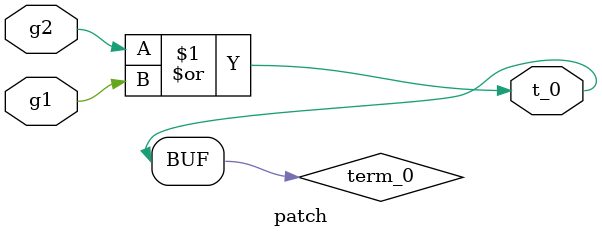
<source format=v>
module patch(t_0, g2, g1);
	output t_0;
	input g2;
	input g1;
	// Target: t_0
	wire term_0;
	or (term_0, g2, g1, 1'b0);
	and (t_0, term_0, 1'b1);
endmodule

</source>
